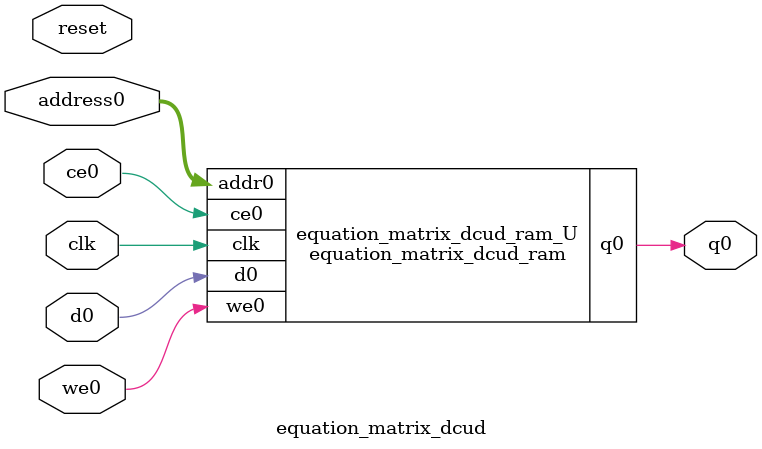
<source format=v>

`timescale 1 ns / 1 ps
module equation_matrix_dcud_ram (addr0, ce0, d0, we0, q0,  clk);

parameter DWIDTH = 1;
parameter AWIDTH = 8;
parameter MEM_SIZE = 160;

input[AWIDTH-1:0] addr0;
input ce0;
input[DWIDTH-1:0] d0;
input we0;
output reg[DWIDTH-1:0] q0;
input clk;

(* ram_style = "distributed" *)reg [DWIDTH-1:0] ram[0:MEM_SIZE-1];




always @(posedge clk)  
begin 
    if (ce0) 
    begin
        if (we0) 
        begin 
            ram[addr0] <= d0; 
            q0 <= d0;
        end 
        else 
            q0 <= ram[addr0];
    end
end


endmodule


`timescale 1 ns / 1 ps
module equation_matrix_dcud(
    reset,
    clk,
    address0,
    ce0,
    we0,
    d0,
    q0);

parameter DataWidth = 32'd1;
parameter AddressRange = 32'd160;
parameter AddressWidth = 32'd8;
input reset;
input clk;
input[AddressWidth - 1:0] address0;
input ce0;
input we0;
input[DataWidth - 1:0] d0;
output[DataWidth - 1:0] q0;



equation_matrix_dcud_ram equation_matrix_dcud_ram_U(
    .clk( clk ),
    .addr0( address0 ),
    .ce0( ce0 ),
    .we0( we0 ),
    .d0( d0 ),
    .q0( q0 ));

endmodule


</source>
